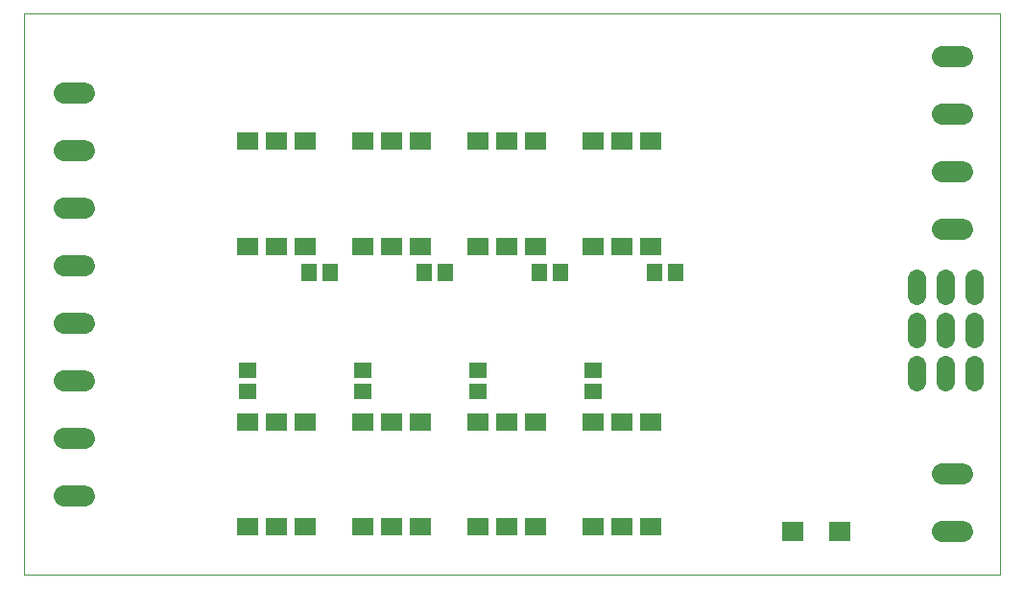
<source format=gbs>
G75*
%MOIN*%
%OFA0B0*%
%FSLAX25Y25*%
%IPPOS*%
%LPD*%
%AMOC8*
5,1,8,0,0,1.08239X$1,22.5*
%
%ADD10C,0.00000*%
%ADD11R,0.07487X0.07093*%
%ADD12C,0.07450*%
%ADD13R,0.07408X0.06384*%
%ADD14R,0.05518X0.06306*%
%ADD15R,0.06306X0.05518*%
%ADD16C,0.06400*%
D10*
X0001000Y0001000D02*
X0001000Y0195961D01*
X0339701Y0195961D01*
X0339701Y0001000D01*
X0001000Y0001000D01*
D11*
X0267929Y0016000D03*
X0284071Y0016000D03*
D12*
X0319975Y0016000D02*
X0327025Y0016000D01*
X0327025Y0036000D02*
X0319975Y0036000D01*
X0319975Y0121000D02*
X0327025Y0121000D01*
X0327025Y0141000D02*
X0319975Y0141000D01*
X0319975Y0161000D02*
X0327025Y0161000D01*
X0327025Y0181000D02*
X0319975Y0181000D01*
X0022025Y0168500D02*
X0014975Y0168500D01*
X0014975Y0148500D02*
X0022025Y0148500D01*
X0022025Y0128500D02*
X0014975Y0128500D01*
X0014975Y0108500D02*
X0022025Y0108500D01*
X0022025Y0088500D02*
X0014975Y0088500D01*
X0014975Y0068500D02*
X0022025Y0068500D01*
X0022025Y0048500D02*
X0014975Y0048500D01*
X0014975Y0028500D02*
X0022025Y0028500D01*
D13*
X0078500Y0017713D03*
X0088500Y0017713D03*
X0098500Y0017713D03*
X0118500Y0017713D03*
X0128500Y0017713D03*
X0138500Y0017713D03*
X0158500Y0017713D03*
X0168500Y0017713D03*
X0178500Y0017713D03*
X0198500Y0017713D03*
X0208500Y0017713D03*
X0218500Y0017713D03*
X0218500Y0054287D03*
X0208500Y0054287D03*
X0198500Y0054287D03*
X0178500Y0054287D03*
X0168500Y0054287D03*
X0158500Y0054287D03*
X0138500Y0054287D03*
X0128500Y0054287D03*
X0118500Y0054287D03*
X0098500Y0054287D03*
X0088500Y0054287D03*
X0078500Y0054287D03*
X0078500Y0115213D03*
X0088500Y0115213D03*
X0098500Y0115213D03*
X0118500Y0115213D03*
X0128500Y0115213D03*
X0138500Y0115213D03*
X0158500Y0115213D03*
X0168500Y0115213D03*
X0178500Y0115213D03*
X0198500Y0115213D03*
X0208500Y0115213D03*
X0218500Y0115213D03*
X0218500Y0151787D03*
X0208500Y0151787D03*
X0198500Y0151787D03*
X0178500Y0151787D03*
X0168500Y0151787D03*
X0158500Y0151787D03*
X0138500Y0151787D03*
X0128500Y0151787D03*
X0118500Y0151787D03*
X0098500Y0151787D03*
X0088500Y0151787D03*
X0078500Y0151787D03*
D14*
X0099760Y0106000D03*
X0107240Y0106000D03*
X0139760Y0106000D03*
X0147240Y0106000D03*
X0179760Y0106000D03*
X0187240Y0106000D03*
X0219760Y0106000D03*
X0227240Y0106000D03*
D15*
X0198500Y0072240D03*
X0198500Y0064760D03*
X0158500Y0064760D03*
X0158500Y0072240D03*
X0118500Y0072240D03*
X0118500Y0064760D03*
X0078500Y0064760D03*
X0078500Y0072240D03*
D16*
X0311000Y0074000D02*
X0311000Y0068000D01*
X0321000Y0068000D02*
X0321000Y0074000D01*
X0331000Y0074000D02*
X0331000Y0068000D01*
X0331000Y0083000D02*
X0331000Y0089000D01*
X0321000Y0089000D02*
X0321000Y0083000D01*
X0311000Y0083000D02*
X0311000Y0089000D01*
X0311000Y0098000D02*
X0311000Y0104000D01*
X0321000Y0104000D02*
X0321000Y0098000D01*
X0331000Y0098000D02*
X0331000Y0104000D01*
M02*

</source>
